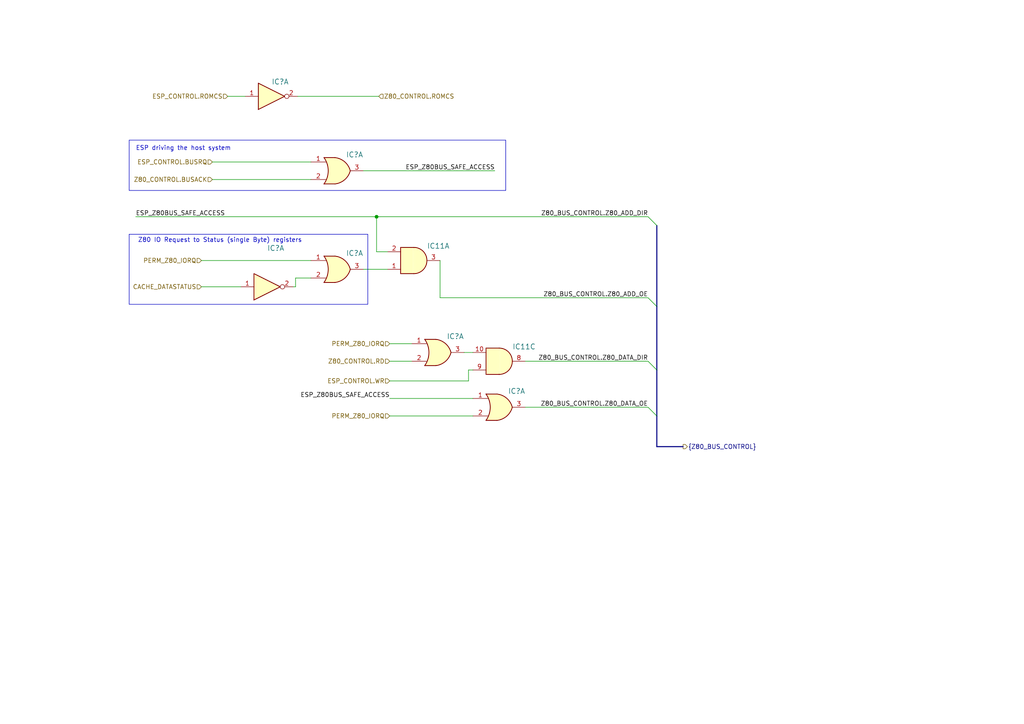
<source format=kicad_sch>
(kicad_sch (version 20230121) (generator eeschema)
  (paper "A4")
  (title_block (comment 1 "This control logic can be implmented in the Z80-BUS") (comment 2 "Logic for contolling the ZX Bus connections"))
  (lib_symbols
    (symbol "74xx:74HC04"
      (property "Reference" "U" (at 0 1.27 0))
      (property "Value" "74HC04" (at 0 -1.27 0))
      (symbol "74HC04_1_0"
        (polyline (pts (xy -3.81 3.81) (xy -3.81 -3.81) (xy 3.81 0) (xy -3.81 3.81)) (stroke (width 0.254)) (fill (type background)))
        (pin input line (at -7.62 0 0) (length 3.81) (name "~") (number "1"))
        (pin output inverted (at 7.62 0 180) (length 3.81) (name "~") (number "2"))
      )
      (symbol "74HC04_2_0"
        (polyline (pts (xy -3.81 3.81) (xy -3.81 -3.81) (xy 3.81 0) (xy -3.81 3.81)) (stroke (width 0.254)) (fill (type background)))
        (pin input line (at -7.62 0 0) (length 3.81) (name "~") (number "3"))
        (pin output inverted (at 7.62 0 180) (length 3.81) (name "~") (number "4"))
      )
      (symbol "74HC04_3_0"
        (polyline (pts (xy -3.81 3.81) (xy -3.81 -3.81) (xy 3.81 0) (xy -3.81 3.81)) (stroke (width 0.254)) (fill (type background)))
        (pin input line (at -7.62 0 0) (length 3.81) (name "~") (number "5"))
        (pin output inverted (at 7.62 0 180) (length 3.81) (name "~") (number "6"))
      )
      (symbol "74HC04_4_0"
        (polyline (pts (xy -3.81 3.81) (xy -3.81 -3.81) (xy 3.81 0) (xy -3.81 3.81)) (stroke (width 0.254)) (fill (type background)))
        (pin output inverted (at 7.62 0 180) (length 3.81) (name "~") (number "8"))
        (pin input line (at -7.62 0 0) (length 3.81) (name "~") (number "9"))
      )
      (symbol "74HC04_5_0"
        (polyline (pts (xy -3.81 3.81) (xy -3.81 -3.81) (xy 3.81 0) (xy -3.81 3.81)) (stroke (width 0.254)) (fill (type background)))
        (pin output inverted (at 7.62 0 180) (length 3.81) (name "~") (number "10"))
        (pin input line (at -7.62 0 0) (length 3.81) (name "~") (number "11"))
      )
      (symbol "74HC04_6_0"
        (polyline (pts (xy -3.81 3.81) (xy -3.81 -3.81) (xy 3.81 0) (xy -3.81 3.81)) (stroke (width 0.254)) (fill (type background)))
        (pin output inverted (at 7.62 0 180) (length 3.81) (name "~") (number "12"))
        (pin input line (at -7.62 0 0) (length 3.81) (name "~") (number "13"))
      )
      (symbol "74HC04_7_0"
        (pin power_in line (at 0 12.7 270) (length 5.08) (name "VCC") (number "14"))
        (pin power_in line (at 0 -12.7 90) (length 5.08) (name "GND") (number "7"))
      )
      (symbol "74HC04_7_1"
        (rectangle (start -5.08 7.62) (end 5.08 -7.62) (stroke (width 0.254)) (fill (type background)))
      )
    )
    (symbol "74xx:74LS08" (pin_names (offset 1.016))
      (property "Reference" "U" (at 0 1.27 0))
      (property "Value" "74LS08" (at 0 -1.27 0))
      (symbol "74LS08_1_1"
        (arc (start 0 -3.81) (mid 3.7934 0) (end 0 3.81) (stroke (width 0.254)) (fill (type background)))
        (polyline (pts (xy 0 3.81) (xy -3.81 3.81) (xy -3.81 -3.81) (xy 0 -3.81)) (stroke (width 0.254)) (fill (type background)))
        (pin input line (at -7.62 2.54 0) (length 3.81) (name "~") (number "1"))
        (pin input line (at -7.62 -2.54 0) (length 3.81) (name "~") (number "2"))
        (pin output line (at 7.62 0 180) (length 3.81) (name "~") (number "3"))
      )
      (symbol "74LS08_1_2"
        (arc (start -3.81 -3.81) (mid -2.589 0) (end -3.81 3.81) (stroke (width 0.254)))
        (arc (start -0.6096 -3.81) (mid 2.1842 -2.5851) (end 3.81 0) (stroke (width 0.254)) (fill (type background)))
        (polyline (pts (xy -3.81 -3.81) (xy -0.635 -3.81)) (stroke (width 0.254)) (fill (type background)))
        (polyline (pts (xy -3.81 3.81) (xy -0.635 3.81)) (stroke (width 0.254)) (fill (type background)))
        (polyline (pts (xy -0.635 3.81) (xy -3.81 3.81) (xy -3.81 3.81) (xy -3.556 3.4036) (xy -3.0226 2.2606) (xy -2.6924 1.0414) (xy -2.6162 -0.254) (xy -2.7686 -1.4986) (xy -3.175 -2.7178) (xy -3.81 -3.81) (xy -3.81 -3.81) (xy -0.635 -3.81)) (stroke (width -25.4)) (fill (type background)))
        (arc (start 3.81 0) (mid 2.1915 2.5936) (end -0.6096 3.81) (stroke (width 0.254)) (fill (type background)))
        (pin input inverted (at -7.62 2.54 0) (length 4.318) (name "~") (number "1"))
        (pin input inverted (at -7.62 -2.54 0) (length 4.318) (name "~") (number "2"))
        (pin output inverted (at 7.62 0 180) (length 3.81) (name "~") (number "3"))
      )
      (symbol "74LS08_2_1"
        (arc (start 0 -3.81) (mid 3.7934 0) (end 0 3.81) (stroke (width 0.254)) (fill (type background)))
        (polyline (pts (xy 0 3.81) (xy -3.81 3.81) (xy -3.81 -3.81) (xy 0 -3.81)) (stroke (width 0.254)) (fill (type background)))
        (pin input line (at -7.62 2.54 0) (length 3.81) (name "~") (number "4"))
        (pin input line (at -7.62 -2.54 0) (length 3.81) (name "~") (number "5"))
        (pin output line (at 7.62 0 180) (length 3.81) (name "~") (number "6"))
      )
      (symbol "74LS08_2_2"
        (arc (start -3.81 -3.81) (mid -2.589 0) (end -3.81 3.81) (stroke (width 0.254)))
        (arc (start -0.6096 -3.81) (mid 2.1842 -2.5851) (end 3.81 0) (stroke (width 0.254)) (fill (type background)))
        (polyline (pts (xy -3.81 -3.81) (xy -0.635 -3.81)) (stroke (width 0.254)) (fill (type background)))
        (polyline (pts (xy -3.81 3.81) (xy -0.635 3.81)) (stroke (width 0.254)) (fill (type background)))
        (polyline (pts (xy -0.635 3.81) (xy -3.81 3.81) (xy -3.81 3.81) (xy -3.556 3.4036) (xy -3.0226 2.2606) (xy -2.6924 1.0414) (xy -2.6162 -0.254) (xy -2.7686 -1.4986) (xy -3.175 -2.7178) (xy -3.81 -3.81) (xy -3.81 -3.81) (xy -0.635 -3.81)) (stroke (width -25.4)) (fill (type background)))
        (arc (start 3.81 0) (mid 2.1915 2.5936) (end -0.6096 3.81) (stroke (width 0.254)) (fill (type background)))
        (pin input inverted (at -7.62 2.54 0) (length 4.318) (name "~") (number "4"))
        (pin input inverted (at -7.62 -2.54 0) (length 4.318) (name "~") (number "5"))
        (pin output inverted (at 7.62 0 180) (length 3.81) (name "~") (number "6"))
      )
      (symbol "74LS08_3_1"
        (arc (start 0 -3.81) (mid 3.7934 0) (end 0 3.81) (stroke (width 0.254)) (fill (type background)))
        (polyline (pts (xy 0 3.81) (xy -3.81 3.81) (xy -3.81 -3.81) (xy 0 -3.81)) (stroke (width 0.254)) (fill (type background)))
        (pin input line (at -7.62 -2.54 0) (length 3.81) (name "~") (number "10"))
        (pin output line (at 7.62 0 180) (length 3.81) (name "~") (number "8"))
        (pin input line (at -7.62 2.54 0) (length 3.81) (name "~") (number "9"))
      )
      (symbol "74LS08_3_2"
        (arc (start -3.81 -3.81) (mid -2.589 0) (end -3.81 3.81) (stroke (width 0.254)))
        (arc (start -0.6096 -3.81) (mid 2.1842 -2.5851) (end 3.81 0) (stroke (width 0.254)) (fill (type background)))
        (polyline (pts (xy -3.81 -3.81) (xy -0.635 -3.81)) (stroke (width 0.254)) (fill (type background)))
        (polyline (pts (xy -3.81 3.81) (xy -0.635 3.81)) (stroke (width 0.254)) (fill (type background)))
        (polyline (pts (xy -0.635 3.81) (xy -3.81 3.81) (xy -3.81 3.81) (xy -3.556 3.4036) (xy -3.0226 2.2606) (xy -2.6924 1.0414) (xy -2.6162 -0.254) (xy -2.7686 -1.4986) (xy -3.175 -2.7178) (xy -3.81 -3.81) (xy -3.81 -3.81) (xy -0.635 -3.81)) (stroke (width -25.4)) (fill (type background)))
        (arc (start 3.81 0) (mid 2.1915 2.5936) (end -0.6096 3.81) (stroke (width 0.254)) (fill (type background)))
        (pin input inverted (at -7.62 -2.54 0) (length 4.318) (name "~") (number "10"))
        (pin output inverted (at 7.62 0 180) (length 3.81) (name "~") (number "8"))
        (pin input inverted (at -7.62 2.54 0) (length 4.318) (name "~") (number "9"))
      )
      (symbol "74LS08_4_1"
        (arc (start 0 -3.81) (mid 3.7934 0) (end 0 3.81) (stroke (width 0.254)) (fill (type background)))
        (polyline (pts (xy 0 3.81) (xy -3.81 3.81) (xy -3.81 -3.81) (xy 0 -3.81)) (stroke (width 0.254)) (fill (type background)))
        (pin output line (at 7.62 0 180) (length 3.81) (name "~") (number "11"))
        (pin input line (at -7.62 2.54 0) (length 3.81) (name "~") (number "12"))
        (pin input line (at -7.62 -2.54 0) (length 3.81) (name "~") (number "13"))
      )
      (symbol "74LS08_4_2"
        (arc (start -3.81 -3.81) (mid -2.589 0) (end -3.81 3.81) (stroke (width 0.254)))
        (arc (start -0.6096 -3.81) (mid 2.1842 -2.5851) (end 3.81 0) (stroke (width 0.254)) (fill (type background)))
        (polyline (pts (xy -3.81 -3.81) (xy -0.635 -3.81)) (stroke (width 0.254)) (fill (type background)))
        (polyline (pts (xy -3.81 3.81) (xy -0.635 3.81)) (stroke (width 0.254)) (fill (type background)))
        (polyline (pts (xy -0.635 3.81) (xy -3.81 3.81) (xy -3.81 3.81) (xy -3.556 3.4036) (xy -3.0226 2.2606) (xy -2.6924 1.0414) (xy -2.6162 -0.254) (xy -2.7686 -1.4986) (xy -3.175 -2.7178) (xy -3.81 -3.81) (xy -3.81 -3.81) (xy -0.635 -3.81)) (stroke (width -25.4)) (fill (type background)))
        (arc (start 3.81 0) (mid 2.1915 2.5936) (end -0.6096 3.81) (stroke (width 0.254)) (fill (type background)))
        (pin output inverted (at 7.62 0 180) (length 3.81) (name "~") (number "11"))
        (pin input inverted (at -7.62 2.54 0) (length 4.318) (name "~") (number "12"))
        (pin input inverted (at -7.62 -2.54 0) (length 4.318) (name "~") (number "13"))
      )
      (symbol "74LS08_5_0"
        (pin power_in line (at 0 12.7 270) (length 5.08) (name "VCC") (number "14"))
        (pin power_in line (at 0 -12.7 90) (length 5.08) (name "GND") (number "7"))
      )
      (symbol "74LS08_5_1"
        (rectangle (start -5.08 7.62) (end 5.08 -7.62) (stroke (width 0.254)) (fill (type background)))
      )
    )
    (symbol "74xx:74LS32" (pin_names (offset 1.016))
      (property "Reference" "U" (at 0 1.27 0))
      (property "Value" "74LS32" (at 0 -1.27 0))
      (symbol "74LS32_1_1"
        (arc (start -3.81 -3.81) (mid -2.589 0) (end -3.81 3.81) (stroke (width 0.254)))
        (arc (start -0.6096 -3.81) (mid 2.1842 -2.5851) (end 3.81 0) (stroke (width 0.254)) (fill (type background)))
        (polyline (pts (xy -3.81 -3.81) (xy -0.635 -3.81)) (stroke (width 0.254)) (fill (type background)))
        (polyline (pts (xy -3.81 3.81) (xy -0.635 3.81)) (stroke (width 0.254)) (fill (type background)))
        (polyline (pts (xy -0.635 3.81) (xy -3.81 3.81) (xy -3.81 3.81) (xy -3.556 3.4036) (xy -3.0226 2.2606) (xy -2.6924 1.0414) (xy -2.6162 -0.254) (xy -2.7686 -1.4986) (xy -3.175 -2.7178) (xy -3.81 -3.81) (xy -3.81 -3.81) (xy -0.635 -3.81)) (stroke (width -25.4)) (fill (type background)))
        (arc (start 3.81 0) (mid 2.1915 2.5936) (end -0.6096 3.81) (stroke (width 0.254)) (fill (type background)))
        (pin input line (at -7.62 2.54 0) (length 4.318) (name "~") (number "1"))
        (pin input line (at -7.62 -2.54 0) (length 4.318) (name "~") (number "2"))
        (pin output line (at 7.62 0 180) (length 3.81) (name "~") (number "3"))
      )
      (symbol "74LS32_1_2"
        (arc (start 0 -3.81) (mid 3.7934 0) (end 0 3.81) (stroke (width 0.254)) (fill (type background)))
        (polyline (pts (xy 0 3.81) (xy -3.81 3.81) (xy -3.81 -3.81) (xy 0 -3.81)) (stroke (width 0.254)) (fill (type background)))
        (pin input inverted (at -7.62 2.54 0) (length 3.81) (name "~") (number "1"))
        (pin input inverted (at -7.62 -2.54 0) (length 3.81) (name "~") (number "2"))
        (pin output inverted (at 7.62 0 180) (length 3.81) (name "~") (number "3"))
      )
      (symbol "74LS32_2_1"
        (arc (start -3.81 -3.81) (mid -2.589 0) (end -3.81 3.81) (stroke (width 0.254)))
        (arc (start -0.6096 -3.81) (mid 2.1842 -2.5851) (end 3.81 0) (stroke (width 0.254)) (fill (type background)))
        (polyline (pts (xy -3.81 -3.81) (xy -0.635 -3.81)) (stroke (width 0.254)) (fill (type background)))
        (polyline (pts (xy -3.81 3.81) (xy -0.635 3.81)) (stroke (width 0.254)) (fill (type background)))
        (polyline (pts (xy -0.635 3.81) (xy -3.81 3.81) (xy -3.81 3.81) (xy -3.556 3.4036) (xy -3.0226 2.2606) (xy -2.6924 1.0414) (xy -2.6162 -0.254) (xy -2.7686 -1.4986) (xy -3.175 -2.7178) (xy -3.81 -3.81) (xy -3.81 -3.81) (xy -0.635 -3.81)) (stroke (width -25.4)) (fill (type background)))
        (arc (start 3.81 0) (mid 2.1915 2.5936) (end -0.6096 3.81) (stroke (width 0.254)) (fill (type background)))
        (pin input line (at -7.62 2.54 0) (length 4.318) (name "~") (number "4"))
        (pin input line (at -7.62 -2.54 0) (length 4.318) (name "~") (number "5"))
        (pin output line (at 7.62 0 180) (length 3.81) (name "~") (number "6"))
      )
      (symbol "74LS32_2_2"
        (arc (start 0 -3.81) (mid 3.7934 0) (end 0 3.81) (stroke (width 0.254)) (fill (type background)))
        (polyline (pts (xy 0 3.81) (xy -3.81 3.81) (xy -3.81 -3.81) (xy 0 -3.81)) (stroke (width 0.254)) (fill (type background)))
        (pin input inverted (at -7.62 2.54 0) (length 3.81) (name "~") (number "4"))
        (pin input inverted (at -7.62 -2.54 0) (length 3.81) (name "~") (number "5"))
        (pin output inverted (at 7.62 0 180) (length 3.81) (name "~") (number "6"))
      )
      (symbol "74LS32_3_1"
        (arc (start -3.81 -3.81) (mid -2.589 0) (end -3.81 3.81) (stroke (width 0.254)))
        (arc (start -0.6096 -3.81) (mid 2.1842 -2.5851) (end 3.81 0) (stroke (width 0.254)) (fill (type background)))
        (polyline (pts (xy -3.81 -3.81) (xy -0.635 -3.81)) (stroke (width 0.254)) (fill (type background)))
        (polyline (pts (xy -3.81 3.81) (xy -0.635 3.81)) (stroke (width 0.254)) (fill (type background)))
        (polyline (pts (xy -0.635 3.81) (xy -3.81 3.81) (xy -3.81 3.81) (xy -3.556 3.4036) (xy -3.0226 2.2606) (xy -2.6924 1.0414) (xy -2.6162 -0.254) (xy -2.7686 -1.4986) (xy -3.175 -2.7178) (xy -3.81 -3.81) (xy -3.81 -3.81) (xy -0.635 -3.81)) (stroke (width -25.4)) (fill (type background)))
        (arc (start 3.81 0) (mid 2.1915 2.5936) (end -0.6096 3.81) (stroke (width 0.254)) (fill (type background)))
        (pin input line (at -7.62 -2.54 0) (length 4.318) (name "~") (number "10"))
        (pin output line (at 7.62 0 180) (length 3.81) (name "~") (number "8"))
        (pin input line (at -7.62 2.54 0) (length 4.318) (name "~") (number "9"))
      )
      (symbol "74LS32_3_2"
        (arc (start 0 -3.81) (mid 3.7934 0) (end 0 3.81) (stroke (width 0.254)) (fill (type background)))
        (polyline (pts (xy 0 3.81) (xy -3.81 3.81) (xy -3.81 -3.81) (xy 0 -3.81)) (stroke (width 0.254)) (fill (type background)))
        (pin input inverted (at -7.62 -2.54 0) (length 3.81) (name "~") (number "10"))
        (pin output inverted (at 7.62 0 180) (length 3.81) (name "~") (number "8"))
        (pin input inverted (at -7.62 2.54 0) (length 3.81) (name "~") (number "9"))
      )
      (symbol "74LS32_4_1"
        (arc (start -3.81 -3.81) (mid -2.589 0) (end -3.81 3.81) (stroke (width 0.254)))
        (arc (start -0.6096 -3.81) (mid 2.1842 -2.5851) (end 3.81 0) (stroke (width 0.254)) (fill (type background)))
        (polyline (pts (xy -3.81 -3.81) (xy -0.635 -3.81)) (stroke (width 0.254)) (fill (type background)))
        (polyline (pts (xy -3.81 3.81) (xy -0.635 3.81)) (stroke (width 0.254)) (fill (type background)))
        (polyline (pts (xy -0.635 3.81) (xy -3.81 3.81) (xy -3.81 3.81) (xy -3.556 3.4036) (xy -3.0226 2.2606) (xy -2.6924 1.0414) (xy -2.6162 -0.254) (xy -2.7686 -1.4986) (xy -3.175 -2.7178) (xy -3.81 -3.81) (xy -3.81 -3.81) (xy -0.635 -3.81)) (stroke (width -25.4)) (fill (type background)))
        (arc (start 3.81 0) (mid 2.1915 2.5936) (end -0.6096 3.81) (stroke (width 0.254)) (fill (type background)))
        (pin output line (at 7.62 0 180) (length 3.81) (name "~") (number "11"))
        (pin input line (at -7.62 2.54 0) (length 4.318) (name "~") (number "12"))
        (pin input line (at -7.62 -2.54 0) (length 4.318) (name "~") (number "13"))
      )
      (symbol "74LS32_4_2"
        (arc (start 0 -3.81) (mid 3.7934 0) (end 0 3.81) (stroke (width 0.254)) (fill (type background)))
        (polyline (pts (xy 0 3.81) (xy -3.81 3.81) (xy -3.81 -3.81) (xy 0 -3.81)) (stroke (width 0.254)) (fill (type background)))
        (pin output inverted (at 7.62 0 180) (length 3.81) (name "~") (number "11"))
        (pin input inverted (at -7.62 2.54 0) (length 3.81) (name "~") (number "12"))
        (pin input inverted (at -7.62 -2.54 0) (length 3.81) (name "~") (number "13"))
      )
      (symbol "74LS32_5_0"
        (pin power_in line (at 0 12.7 270) (length 5.08) (name "VCC") (number "14"))
        (pin power_in line (at 0 -12.7 90) (length 5.08) (name "GND") (number "7"))
      )
      (symbol "74LS32_5_1"
        (rectangle (start -5.08 7.62) (end 5.08 -7.62) (stroke (width 0.254)) (fill (type background)))
      )
    )
  )
  (junction (at 109.22 62.865))
  (bus_entry (at 187.96 104.775) (size 2.54 2.54))
  (bus_entry (at 187.96 118.11) (size 2.54 2.54))
  (bus_entry (at 187.96 86.36) (size 2.54 2.54))
  (bus_entry (at 187.96 62.865) (size 2.54 2.54))
  (wire (pts (xy 187.96 104.775) (xy 152.4 104.775)))
  (wire (pts (xy 58.42 83.185) (xy 69.85 83.185)))
  (wire (pts (xy 90.17 75.565) (xy 58.42 75.565)))
  (wire (pts (xy 113.03 110.49) (xy 135.89 110.49)))
  (wire (pts (xy 109.22 73.025) (xy 112.395 73.025)))
  (wire (pts (xy 113.03 115.57) (xy 137.16 115.57)))
  (wire (pts (xy 127.635 75.565) (xy 127.635 86.36)))
  (wire (pts (xy 66.04 27.94) (xy 71.12 27.94)))
  (wire (pts (xy 109.22 62.865) (xy 187.96 62.865)))
  (wire (pts (xy 109.22 62.865) (xy 109.22 73.025)))
  (bus (pts (xy 190.5 120.65) (xy 190.5 129.54)))
  (wire (pts (xy 85.725 83.185) (xy 85.725 80.645)))
  (wire (pts (xy 135.89 107.315) (xy 135.89 110.49)))
  (wire (pts (xy 152.4 118.11) (xy 187.96 118.11)))
  (wire (pts (xy 61.595 46.99) (xy 90.17 46.99)))
  (wire (pts (xy 113.03 104.775) (xy 119.38 104.775)))
  (wire (pts (xy 134.62 102.235) (xy 137.16 102.235)))
  (wire (pts (xy 113.03 120.65) (xy 137.16 120.65)))
  (wire (pts (xy 127.635 86.36) (xy 187.96 86.36)))
  (bus (pts (xy 190.5 65.405) (xy 190.5 88.9)))
  (wire (pts (xy 85.725 80.645) (xy 90.17 80.645)))
  (bus (pts (xy 190.5 107.315) (xy 190.5 120.65)))
  (wire (pts (xy 85.725 83.185) (xy 85.09 83.185)))
  (wire (pts (xy 109.855 27.94) (xy 86.36 27.94)))
  (bus (pts (xy 190.5 88.9) (xy 190.5 107.315)))
  (wire (pts (xy 113.03 99.695) (xy 119.38 99.695)))
  (wire (pts (xy 61.595 52.07) (xy 90.17 52.07)))
  (wire (pts (xy 39.37 62.865) (xy 109.22 62.865)))
  (bus (pts (xy 190.5 129.54) (xy 198.12 129.54)))
  (wire (pts (xy 105.41 49.53) (xy 143.51 49.53)))
  (wire (pts (xy 112.395 78.105) (xy 105.41 78.105)))
  (wire (pts (xy 135.89 107.315) (xy 137.16 107.315)))
  (rectangle (start 37.465 40.64) (end 146.685 55.245))
  (rectangle (start 37.465 67.945) (end 106.68 88.265))
  (text "ESP driving the host system" (at 39.37 43.815 0) (effects (font (size 1.27 1.27)) (justify left bottom)))
  (text "Z80 IO Request to Status (single Byte) registers" (at 40.005 70.485 0) (effects (font (size 1.27 1.27)) (justify left bottom)))
  (label "ESP_Z80BUS_SAFE_ACCESS" (at 39.37 62.865 0))
  (label "Z80_BUS_CONTROL.Z80_ADD_DIR" (at 187.96 62.865 180))
  (label "ESP_Z80BUS_SAFE_ACCESS" (at 143.51 49.53 180))
  (label "Z80_BUS_CONTROL.Z80_DATA_DIR" (at 187.96 104.775 180))
  (label "ESP_Z80BUS_SAFE_ACCESS" (at 113.03 115.57 180))
  (label "Z80_BUS_CONTROL.Z80_DATA_OE" (at 187.96 118.11 180))
  (label "Z80_BUS_CONTROL.Z80_ADD_OE" (at 187.96 86.36 180))
  (hierarchical_label "Z80_CONTROL.ROMCS" (shape input) (at 109.855 27.94 0))
  (hierarchical_label "PERM_Z80_IORQ" (shape input) (at 113.03 99.695 180))
  (hierarchical_label "ESP_CONTROL.ROMCS" (shape input) (at 66.04 27.94 180))
  (hierarchical_label "PERM_Z80_IORQ" (shape input) (at 58.42 75.565 180))
  (hierarchical_label "ESP_CONTROL.BUSRQ" (shape input) (at 61.595 46.99 180))
  (hierarchical_label "{Z80_BUS_CONTROL}" (shape output) (at 198.12 129.54 0))
  (hierarchical_label "Z80_CONTROL.BUSACK" (shape input) (at 61.595 52.07 180))
  (hierarchical_label "PERM_Z80_IORQ" (shape input) (at 113.03 120.65 180))
  (hierarchical_label "Z80_CONTROL.RD" (shape input) (at 113.03 104.775 180))
  (hierarchical_label "CACHE_DATASTATUS" (shape input) (at 58.42 83.185 180))
  (hierarchical_label "ESP_CONTROL.WR" (shape input) (at 113.03 110.49 180))
  (symbol (lib_id "74xx:74HC04") (at 78.74 27.94 0) (mirror x) (unit 1)
    (property "Reference" "IC?" (at 78.74 22.86 0) (effects (font (size 1.4986 1.4986)) (justify left bottom)))
    (property "Value" "7404N" (effects hide))
    (property "Footprint" "Package_DIP:DIP-14_W7.62mm_Socket" (effects hide))
    (property "Datasheet" "https://assets.nexperia.com/documents/data-sheet/74HC_HCT04.pdf" (effects hide))
    (instances (project "GLUE_ZXspectrum_impl" (path "" (reference "IC?") (unit 1)) (path "" (reference "IC1") (unit 5))) (project "GLUE_ZXspectrum" (path "" (reference "IC?") (unit 1)) (path "" (reference "IC4") (unit 1))))
  )
  (symbol (lib_id "74xx:74LS32") (at 144.78 118.11 0) (unit 1)
    (property "Reference" "IC?" (at 147.32 114.3 0) (effects (font (size 1.4986 1.4986)) (justify left bottom)))
    (property "Value" "74HC32N" (effects hide))
    (property "Footprint" "Package_DIP:DIP-14_W7.62mm_Socket" (effects hide))
    (property "Datasheet" "http://www.ti.com/lit/gpn/sn74LS32" (effects hide))
    (instances (project "GLUE_ZXspectrum_impl" (path "" (reference "IC?") (unit 1)) (path "" (reference "IC7") (unit 2))) (project "GLUE_ZXspectrum" (path "" (reference "IC6") (unit 1))) (project "Logic_core" (path "" (reference "IC?") (unit 2))))
  )
  (symbol (lib_id "74xx:74LS08") (at 120.015 75.565 0) (mirror x) (unit 1)
    (property "Reference" "IC11" (at 123.825 70.485 0) (effects (font (size 1.4986 1.4986)) (justify left bottom)))
    (property "Value" "74HC08N" (effects hide))
    (property "Footprint" "Package_DIP:DIP-14_W7.62mm_Socket" (effects hide))
    (property "Datasheet" "http://www.ti.com/lit/gpn/sn74LS08" (effects hide))
    (instances (project "GLUE_ZXspectrum_impl" (path "" (reference "IC11") (unit 1))) (project "GLUE_ZXspectrum" (path "" (reference "IC?") (unit 1)) (path "" (reference "IC1") (unit 1))))
  )
  (symbol (lib_id "74xx:74LS08") (at 144.78 104.775 0) (mirror x) (unit 3)
    (property "Reference" "IC11" (at 148.59 99.695 0) (effects (font (size 1.4986 1.4986)) (justify left bottom)))
    (property "Value" "74HC08N" (effects hide))
    (property "Footprint" "Package_DIP:DIP-14_W7.62mm_Socket" (effects hide))
    (property "Datasheet" "http://www.ti.com/lit/gpn/sn74LS08" (effects hide))
    (instances (project "GLUE_ZXspectrum_impl" (path "" (reference "IC11") (unit 3))) (project "GLUE_ZXspectrum" (path "" (reference "IC?") (unit 1)) (path "" (reference "IC3") (unit 1))))
  )
  (symbol (lib_id "74xx:74LS32") (at 127 102.235 0) (unit 1)
    (property "Reference" "IC?" (at 129.54 98.425 0) (effects (font (size 1.4986 1.4986)) (justify left bottom)))
    (property "Value" "74HC32N" (effects hide))
    (property "Footprint" "Package_DIP:DIP-14_W7.62mm_Socket" (effects hide))
    (property "Datasheet" "http://www.ti.com/lit/gpn/sn74LS32" (effects hide))
    (instances (project "GLUE_ZXspectrum_impl" (path "" (reference "IC?") (unit 1)) (path "" (reference "IC7") (unit 2))) (project "GLUE_ZXspectrum" (path "" (reference "IC?") (unit 2))) (project "Logic_core" (path "" (reference "IC?") (unit 2))))
  )
  (symbol (lib_id "74xx:74LS32") (at 97.79 78.105 0) (unit 1)
    (property "Reference" "IC?" (at 100.33 74.295 0) (effects (font (size 1.4986 1.4986)) (justify left bottom)))
    (property "Value" "74HC32N" (effects hide))
    (property "Footprint" "Package_DIP:DIP-14_W7.62mm_Socket" (effects hide))
    (property "Datasheet" "http://www.ti.com/lit/gpn/sn74LS32" (effects hide))
    (instances (project "GLUE_ZXspectrum_impl" (path "" (reference "IC?") (unit 1)) (path "" (reference "IC7") (unit 1))) (project "GLUE_ZXspectrum" (path "" (reference "IC?") (unit 1))) (project "Logic_core" (path "" (reference "IC?") (unit 1))))
  )
  (symbol (lib_id "74xx:74HC04") (at 77.47 83.185 0) (mirror x) (unit 1)
    (property "Reference" "IC?" (at 77.47 71.12 0) (effects (font (size 1.4986 1.4986)) (justify left bottom)))
    (property "Value" "7404N" (effects hide))
    (property "Footprint" "Package_DIP:DIP-14_W7.62mm_Socket" (effects hide))
    (property "Datasheet" "https://assets.nexperia.com/documents/data-sheet/74HC_HCT04.pdf" (effects hide))
    (instances (project "GLUE_ZXspectrum_impl" (path "" (reference "IC?") (unit 1)) (path "" (reference "IC1") (unit 5))) (project "GLUE_ZXspectrum" (path "" (reference "IC?") (unit 1)) (path "" (reference "IC?") (unit 1))))
  )
  (symbol (lib_id "74xx:74LS32") (at 97.79 49.53 0) (unit 1)
    (property "Reference" "IC?" (at 100.33 45.72 0) (effects (font (size 1.4986 1.4986)) (justify left bottom)))
    (property "Value" "74HC32N" (effects hide))
    (property "Footprint" "Package_DIP:DIP-14_W7.62mm_Socket" (effects hide))
    (property "Datasheet" "http://www.ti.com/lit/gpn/sn74LS32" (effects hide))
    (instances (project "GLUE_ZXspectrum_impl" (path "" (reference "IC?") (unit 1)) (path "" (reference "IC7") (unit 1))) (project "GLUE_ZXspectrum" (path "" (reference "IC5") (unit 1))) (project "Logic_core" (path "" (reference "IC?") (unit 1))))
  )
)
</source>
